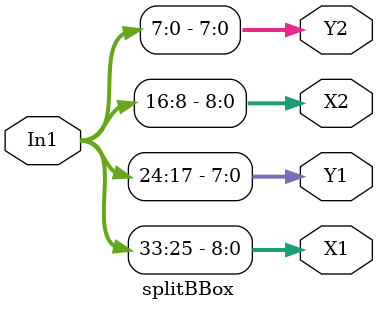
<source format=v>



`timescale 1 ns / 1 ns

module splitBBox
          (In1,
           X1,
           Y1,
           X2,
           Y2);


  input   [33:0] In1;  // ufix34
  output  [8:0] X1;  // ufix9
  output  [7:0] Y1;  // uint8
  output  [8:0] X2;  // ufix9
  output  [7:0] Y2;  // uint8




  assign X1 = In1[33:25];



  assign Y1 = In1[24:17];



  assign X2 = In1[16:8];



  assign Y2 = In1[7:0];



endmodule  // splitBBox


</source>
